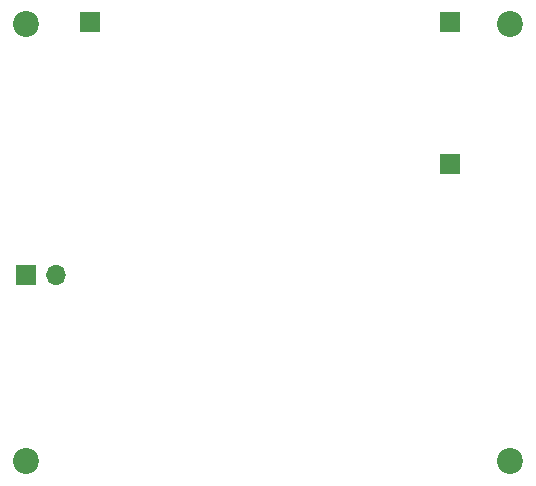
<source format=gbr>
%TF.GenerationSoftware,KiCad,Pcbnew,(5.99.0-12550-g77f47b6e47)*%
%TF.CreationDate,2021-11-06T20:02:58+00:00*%
%TF.ProjectId,max1709,6d617831-3730-4392-9e6b-696361645f70,rev?*%
%TF.SameCoordinates,Original*%
%TF.FileFunction,Soldermask,Bot*%
%TF.FilePolarity,Negative*%
%FSLAX46Y46*%
G04 Gerber Fmt 4.6, Leading zero omitted, Abs format (unit mm)*
G04 Created by KiCad (PCBNEW (5.99.0-12550-g77f47b6e47)) date 2021-11-06 20:02:58*
%MOMM*%
%LPD*%
G01*
G04 APERTURE LIST*
%ADD10R,1.700000X1.700000*%
%ADD11O,1.700000X1.700000*%
%ADD12C,2.200000*%
G04 APERTURE END LIST*
D10*
%TO.C,SW1*%
X204500000Y-125200000D03*
D11*
X207040000Y-125200000D03*
%TD*%
D10*
%TO.C,TP3*%
X240400000Y-115800000D03*
%TD*%
%TO.C,TP2*%
X240400000Y-103800000D03*
%TD*%
%TO.C,TP1*%
X209900000Y-103800000D03*
%TD*%
D12*
%TO.C,REF\u002A\u002A*%
X245500000Y-104000000D03*
%TD*%
%TO.C,REF\u002A\u002A*%
X204500000Y-104000000D03*
%TD*%
%TO.C,REF\u002A\u002A*%
X204500000Y-141000000D03*
%TD*%
%TO.C,REF\u002A\u002A*%
X245500000Y-141000000D03*
%TD*%
M02*

</source>
